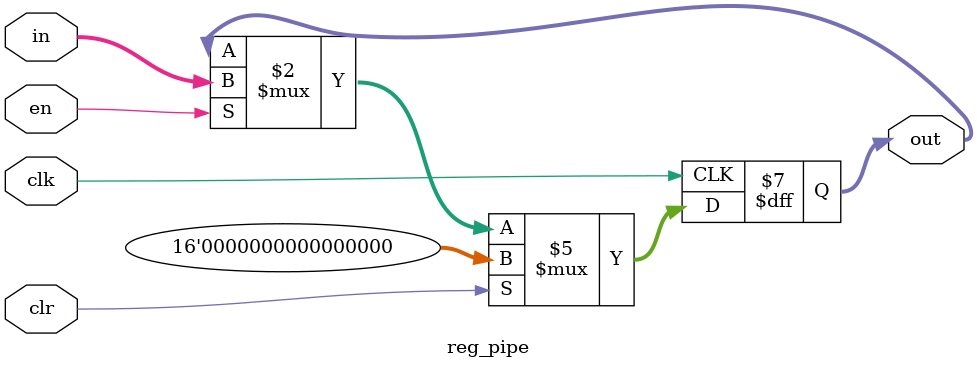
<source format=v>
module reg_pipe #(parameter N=16) (input clk,clr,en,input [N-1:0] in,output reg [N-1:0] out);
    always @(posedge clk) begin
        if (clr) 
            out <= 0;
        else if (en)
            out <= in;
    end
endmodule
</source>
